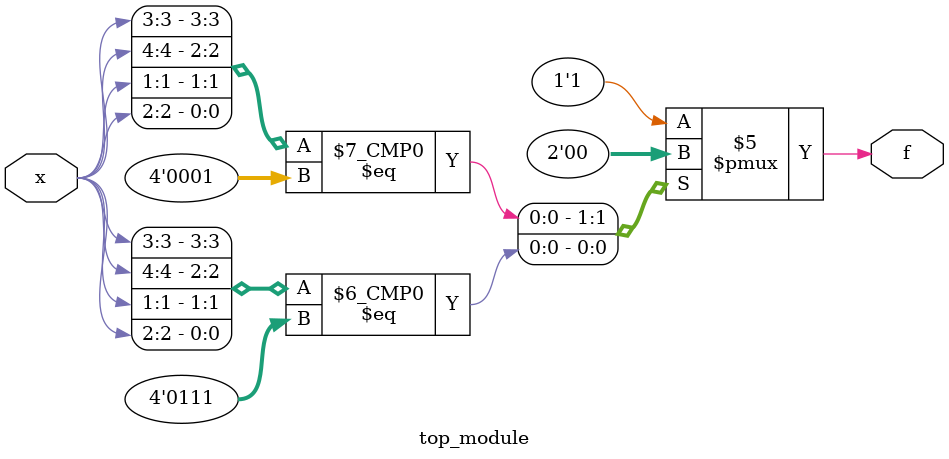
<source format=sv>
module top_module (
    input [4:1] x,
    output logic f
);

always_comb begin
    case ({x[3], x[4], x[1], x[2]})
        4'b0001: f = 0;
        4'b0011: f = 1;
        4'b0101: f = 1;
        4'b0111: f = 0;
        4'b1001: f = 1;
        4'b1011: f = 1;
        default: f = 1; // Don't care
    endcase
end

endmodule

</source>
